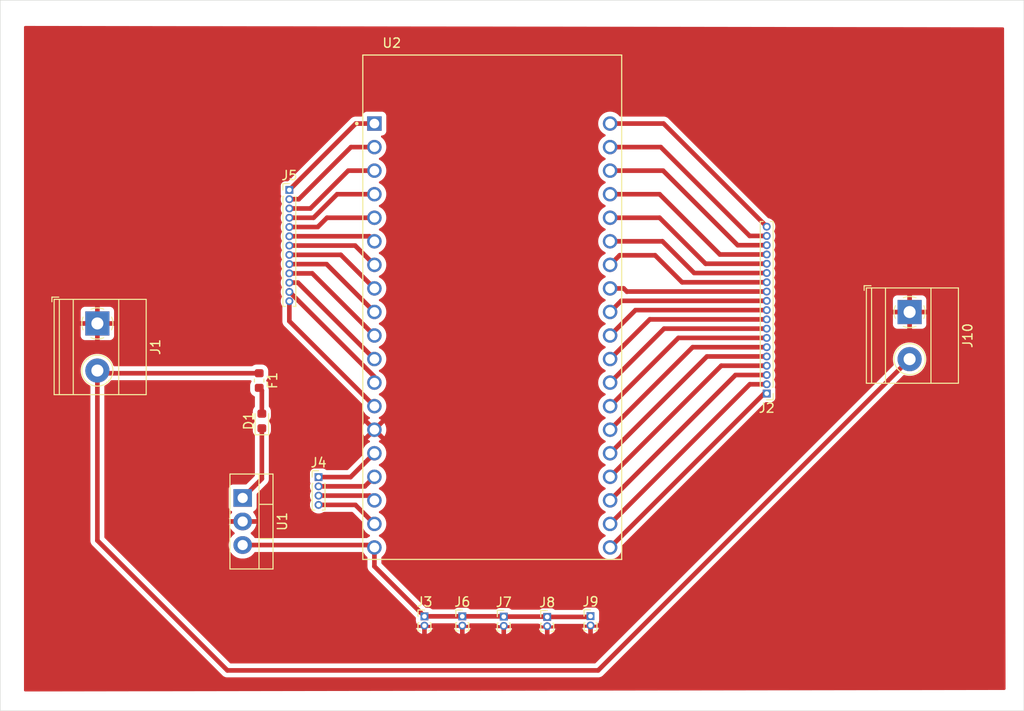
<source format=kicad_pcb>
(kicad_pcb (version 20240108) (generator "pcbnew") (generator_version "8.0")
  (layers (0 "F.Cu" signal) (31 "B.Cu" signal) (34 "B.Paste" user) (35 "F.Paste" user) (36 "B.SilkS" user "B.Silkscreen") (37 "F.SilkS" user "F.Silkscreen") (38 "B.Mask" user) (39 "F.Mask" user) (44 "Edge.Cuts" user))
  (net 0 "")
  (net 1 "+12V")
  (net 2 "Net-(D1-K)")
  (net 3 "GND")
  (net 4 "Net-(J4-Pin_1)")
  (net 5 "Net-(J5-Pin_1)")
  (net 6 "Net-(J2-Pin_1)")
  (net 7 "Net-(J3-Pin_1)")
  (net 8 "Net-(D1-A)")
  (net 9 "Net-(J2-Pin_2)")
  (net 10 "Net-(J2-Pin_3)")
  (net 11 "Net-(J4-Pin_4)")
  (net 12 "Net-(J4-Pin_3)")
  (net 13 "Net-(J4-Pin_2)")
  (net 14 "Net-(J5-Pin_3)")
  (net 15 "Net-(J5-Pin_2)")
  (net 16 "Net-(J2-Pin_4)")
  (net 17 "Net-(J2-Pin_6)")
  (net 18 "Net-(J2-Pin_5)")
  (net 19 "Net-(J5-Pin_12)")
  (net 20 "Net-(J5-Pin_5)")
  (net 21 "Net-(J5-Pin_6)")
  (net 22 "Net-(J5-Pin_8)")
  (net 23 "Net-(J5-Pin_9)")
  (net 24 "Net-(J5-Pin_4)")
  (net 25 "Net-(J5-Pin_13)")
  (net 26 "Net-(J5-Pin_11)")
  (net 27 "Net-(J5-Pin_10)")
  (net 28 "Net-(J5-Pin_7)")
  (net 29 "Net-(J2-Pin_13)")
  (net 30 "Net-(J2-Pin_12)")
  (net 31 "Net-(J2-Pin_17)")
  (net 32 "Net-(J2-Pin_15)")
  (net 33 "Net-(J2-Pin_7)")
  (net 34 "Net-(J2-Pin_14)")
  (net 35 "Net-(J2-Pin_18)")
  (net 36 "Net-(J2-Pin_9)")
  (net 37 "Net-(J2-Pin_8)")
  (net 38 "Net-(J2-Pin_19)")
  (net 39 "Net-(J2-Pin_10)")
  (net 40 "Net-(J2-Pin_16)")
  (net 41 "Net-(J2-Pin_11)")
  (footprint "Fuse:Fuse_0603_1608Metric" (layer "F.Cu") (at 153.87 125.3075 -90)
    (property "Reference" "F1" (at 0 -1.43 90) (layer "F.SilkS"))
    (property "Value" "Fuse")
    (fp_line (start -0.162779 0.51) (end 0.162779 0.51) (stroke (width 0.12)) (layer "F.SilkS"))
    (fp_line (start -0.162779 -0.51) (end 0.162779 -0.51) (stroke (width 0.12)) (layer "F.SilkS"))
    (pad "1" smd roundrect (at -0.7875 0 270) (size 0.875 0.95) (layers "F.Cu" "F.Paste" "F.Mask") (net 1 "+12V"))
    (pad "2" smd roundrect (at 0.7875 0 270) (size 0.875 0.95) (layers "F.Cu" "F.Paste" "F.Mask") (net 8 "Net-(D1-A)"))
  )
  (footprint "Connector_PinHeader_1.00mm:PinHeader_1x02_P1.00mm_Vertical" (layer "F.Cu") (at 184.91 150.8)
    (property "Reference" "J8" (at 0 -1.56 0) (layer "F.SilkS"))
    (property "Value" "Conn_01x02_Pin")
    (fp_line (start -0.695 -0.685) (end 0 -0.685) (stroke (width 0.12)) (layer "F.SilkS"))
    (fp_line (start -0.695 0) (end -0.695 -0.685) (stroke (width 0.12)) (layer "F.SilkS"))
    (fp_line (start -0.695 0.685) (end -0.695 1.56) (stroke (width 0.12)) (layer "F.SilkS"))
    (fp_line (start -0.695 0.685) (end -0.608276 0.685) (stroke (width 0.12)) (layer "F.SilkS"))
    (fp_line (start -0.695 1.56) (end -0.394493 1.56) (stroke (width 0.12)) (layer "F.SilkS"))
    (fp_line (start 0.394493 1.56) (end 0.695 1.56) (stroke (width 0.12)) (layer "F.SilkS"))
    (fp_line (start 0.608276 0.685) (end 0.695 0.685) (stroke (width 0.12)) (layer "F.SilkS"))
    (fp_line (start 0.695 0.685) (end 0.695 1.56) (stroke (width 0.12)) (layer "F.SilkS"))
    (pad "1" thru_hole rect (at 0 0) (size 0.85 0.85) (drill 0.5) (layers "*.Cu" "*.Mask") (net 7 "Net-(J3-Pin_1)"))
    (pad "2" thru_hole oval (at 0 1) (size 0.85 0.85) (drill 0.5) (layers "*.Cu" "*.Mask") (net 3 "GND"))
  )
  (footprint "TerminalBlock_Phoenix:TerminalBlock_Phoenix_MKDS-1,5-2-5.08_1x02_P5.08mm_Horizontal" (layer "F.Cu") (at 223.97 117.92 -90)
    (property "Reference" "J10" (at 2.54 -6.26 90) (layer "F.SilkS"))
    (property "Value" "Screw_Terminal_01x02")
    (fp_line (start -2.84 4.9) (end -2.34 4.9) (stroke (width 0.12)) (layer "F.SilkS"))
    (fp_line (start -2.6 4.66) (end 7.68 4.66) (stroke (width 0.12)) (layer "F.SilkS"))
    (fp_line (start -2.84 4.16) (end -2.84 4.9) (stroke (width 0.12)) (layer "F.SilkS"))
    (fp_line (start -2.6 4.1) (end 7.68 4.1) (stroke (width 0.12)) (layer "F.SilkS"))
    (fp_line (start -2.6 2.6) (end 7.68 2.6) (stroke (width 0.12)) (layer "F.SilkS"))
    (fp_line (start 4.046 1.239) (end 4.011 1.274) (stroke (width 0.12)) (layer "F.SilkS"))
    (fp_line (start 3.853 1.023) (end 3.806 1.069) (stroke (width 0.12)) (layer "F.SilkS"))
    (fp_line (start 6.355 -1.069) (end 6.308 -1.023) (stroke (width 0.12)) (layer "F.SilkS"))
    (fp_line (start 6.15 -1.275) (end 6.115 -1.239) (stroke (width 0.12)) (layer "F.SilkS"))
    (fp_line (start -2.6 -2.301) (end 7.68 -2.301) (stroke (width 0.12)) (layer "F.SilkS"))
    (fp_line (start -2.6 -5.261) (end -2.6 4.66) (stroke (width 0.12)) (layer "F.SilkS"))
    (fp_line (start -2.6 -5.261) (end 7.68 -5.261) (stroke (width 0.12)) (layer "F.SilkS"))
    (fp_line (start 7.68 -5.261) (end 7.68 4.66) (stroke (width 0.12)) (layer "F.SilkS"))
    (fp_arc (start 0.028805 1.680253) (mid -0.335551 1.646659) (end -0.684 1.535) (stroke (width 0.12)) (layer "F.SilkS"))
    (fp_arc (start 0.683318 1.534756) (mid 0.349292 1.643288) (end 0 1.68) (stroke (width 0.12)) (layer "F.SilkS"))
    (fp_arc (start -1.535427 0.683042) (mid -1.680501 -0.000524) (end -1.535 -0.684) (stroke (width 0.12)) (layer "F.SilkS"))
    (fp_arc (start 1.535427 -0.683042) (mid 1.680501 0.000524) (end 1.535 0.684) (stroke (width 0.12)) (layer "F.SilkS"))
    (fp_arc (start -0.683042 -1.535427) (mid 0.000524 -1.680501) (end 0.684 -1.535) (stroke (width 0.12)) (layer "F.SilkS"))
    (fp_circle (center 5.08 0) (end 6.76 0) (stroke (width 0.12)) (fill none) (layer "F.SilkS"))
    (pad "1" thru_hole rect (at 0 0 270) (size 2.6 2.6) (drill 1.3) (layers "*.Cu" "*.Mask") (net 3 "GND"))
    (pad "2" thru_hole circle (at 5.08 0 270) (size 2.6 2.6) (drill 1.3) (layers "*.Cu" "*.Mask") (net 1 "+12V"))
  )
  (footprint "Connector_PinHeader_1.00mm:PinHeader_1x19_P1.00mm_Vertical" (layer "F.Cu") (at 208.57 126.71 180)
    (property "Reference" "J2" (at 0 -1.56 360) (layer "F.SilkS"))
    (property "Value" "Conn_01x19_Pin")
    (fp_line (start 0.695 0.685) (end 0.695 18.56) (stroke (width 0.12)) (layer "F.SilkS"))
    (fp_line (start 0.608276 0.685) (end 0.695 0.685) (stroke (width 0.12)) (layer "F.SilkS"))
    (fp_line (start 0.394493 18.56) (end 0.695 18.56) (stroke (width 0.12)) (layer "F.SilkS"))
    (fp_line (start -0.695 18.56) (end -0.394493 18.56) (stroke (width 0.12)) (layer "F.SilkS"))
    (fp_line (start -0.695 0.685) (end -0.608276 0.685) (stroke (width 0.12)) (layer "F.SilkS"))
    (fp_line (start -0.695 0.685) (end -0.695 18.56) (stroke (width 0.12)) (layer "F.SilkS"))
    (fp_line (start -0.695 0) (end -0.695 -0.685) (stroke (width 0.12)) (layer "F.SilkS"))
    (fp_line (start -0.695 -0.685) (end 0 -0.685) (stroke (width 0.12)) (layer "F.SilkS"))
    (pad "1" thru_hole rect (at 0 0 180) (size 0.85 0.85) (drill 0.5) (layers "*.Cu" "*.Mask") (net 6 "Net-(J2-Pin_1)"))
    (pad "2" thru_hole oval (at 0 1 180) (size 0.85 0.85) (drill 0.5) (layers "*.Cu" "*.Mask") (net 9 "Net-(J2-Pin_2)"))
    (pad "3" thru_hole oval (at 0 2 180) (size 0.85 0.85) (drill 0.5) (layers "*.Cu" "*.Mask") (net 10 "Net-(J2-Pin_3)"))
    (pad "4" thru_hole oval (at 0 3 180) (size 0.85 0.85) (drill 0.5) (layers "*.Cu" "*.Mask") (net 16 "Net-(J2-Pin_4)"))
    (pad "5" thru_hole oval (at 0 4 180) (size 0.85 0.85) (drill 0.5) (layers "*.Cu" "*.Mask") (net 18 "Net-(J2-Pin_5)"))
    (pad "6" thru_hole oval (at 0 5 180) (size 0.85 0.85) (drill 0.5) (layers "*.Cu" "*.Mask") (net 17 "Net-(J2-Pin_6)"))
    (pad "7" thru_hole oval (at 0 6 180) (size 0.85 0.85) (drill 0.5) (layers "*.Cu" "*.Mask") (net 33 "Net-(J2-Pin_7)"))
    (pad "8" thru_hole oval (at 0 7 180) (size 0.85 0.85) (drill 0.5) (layers "*.Cu" "*.Mask") (net 37 "Net-(J2-Pin_8)"))
    (pad "9" thru_hole oval (at 0 8 180) (size 0.85 0.85) (drill 0.5) (layers "*.Cu" "*.Mask") (net 36 "Net-(J2-Pin_9)"))
    (pad "10" thru_hole oval (at 0 9 180) (size 0.85 0.85) (drill 0.5) (layers "*.Cu" "*.Mask") (net 39 "Net-(J2-Pin_10)"))
    (pad "11" thru_hole oval (at 0 10 180) (size 0.85 0.85) (drill 0.5) (layers "*.Cu" "*.Mask") (net 41 "Net-(J2-Pin_11)"))
    (pad "12" thru_hole oval (at 0 11 180) (size 0.85 0.85) (drill 0.5) (layers "*.Cu" "*.Mask") (net 30 "Net-(J2-Pin_12)"))
    (pad "13" thru_hole oval (at 0 12 180) (size 0.85 0.85) (drill 0.5) (layers "*.Cu" "*.Mask") (net 29 "Net-(J2-Pin_13)"))
    (pad "14" thru_hole oval (at 0 13 180) (size 0.85 0.85) (drill 0.5) (layers "*.Cu" "*.Mask") (net 34 "Net-(J2-Pin_14)"))
    (pad "15" thru_hole oval (at 0 14 180) (size 0.85 0.85) (drill 0.5) (layers "*.Cu" "*.Mask") (net 32 "Net-(J2-Pin_15)"))
    (pad "16" thru_hole oval (at 0 15 180) (size 0.85 0.85) (drill 0.5) (layers "*.Cu" "*.Mask") (net 40 "Net-(J2-Pin_16)"))
    (pad "17" thru_hole oval (at 0 16 180) (size 0.85 0.85) (drill 0.5) (layers "*.Cu" "*.Mask") (net 31 "Net-(J2-Pin_17)"))
    (pad "18" thru_hole oval (at 0 17 180) (size 0.85 0.85) (drill 0.5) (layers "*.Cu" "*.Mask") (net 35 "Net-(J2-Pin_18)"))
    (pad "19" thru_hole oval (at 0 18 180) (size 0.85 0.85) (drill 0.5) (layers "*.Cu" "*.Mask") (net 38 "Net-(J2-Pin_19)"))
  )
  (footprint "Package_TO_SOT_THT:TO-220-3_Vertical" (layer "F.Cu") (at 152.09 137.97 -90)
    (property "Reference" "U1" (at 2.54 -4.27 90) (layer "F.SilkS"))
    (property "Value" "LM7805_TO220")
    (fp_line (start -2.58 1.371) (end 7.66 1.371) (stroke (width 0.12)) (layer "F.SilkS"))
    (fp_line (start -2.58 -1.76) (end 7.66 -1.76) (stroke (width 0.12)) (layer "F.SilkS"))
    (fp_line (start -2.58 -3.27) (end -2.58 1.371) (stroke (width 0.12)) (layer "F.SilkS"))
    (fp_line (start -2.58 -3.27) (end 7.66 -3.27) (stroke (width 0.12)) (layer "F.SilkS"))
    (fp_line (start 0.69 -3.27) (end 0.69 -1.76) (stroke (width 0.12)) (layer "F.SilkS"))
    (fp_line (start 4.391 -3.27) (end 4.391 -1.76) (stroke (width 0.12)) (layer "F.SilkS"))
    (fp_line (start 7.66 -3.27) (end 7.66 1.371) (stroke (width 0.12)) (layer "F.SilkS"))
    (pad "1" thru_hole rect (at 0 0 270) (size 1.905 2) (drill 1.1) (layers "*.Cu" "*.Mask") (net 2 "Net-(D1-K)"))
    (pad "2" thru_hole oval (at 2.54 0 270) (size 1.905 2) (drill 1.1) (layers "*.Cu" "*.Mask") (net 3 "GND"))
    (pad "3" thru_hole oval (at 5.08 0 270) (size 1.905 2) (drill 1.1) (layers "*.Cu" "*.Mask") (net 7 "Net-(J3-Pin_1)"))
  )
  (footprint "Diode_SMD:D_0603_1608Metric" (layer "F.Cu") (at 154.1575 129.67 90)
    (property "Reference" "D1" (at 0 -1.43 90) (layer "F.SilkS"))
    (property "Value" "D")
    (fp_line (start 0.8 -0.735) (end -1.485 -0.735) (stroke (width 0.12)) (layer "F.SilkS"))
    (fp_line (start -1.485 -0.735) (end -1.485 0.735) (stroke (width 0.12)) (layer "F.SilkS"))
    (fp_line (start -1.485 0.735) (end 0.8 0.735) (stroke (width 0.12)) (layer "F.SilkS"))
    (pad "1" smd roundrect (at -0.7875 0 90) (size 0.875 0.95) (layers "F.Cu" "F.Paste" "F.Mask") (net 2 "Net-(D1-K)"))
    (pad "2" smd roundrect (at 0.7875 0 90) (size 0.875 0.95) (layers "F.Cu" "F.Paste" "F.Mask") (net 8 "Net-(D1-A)"))
  )
  (footprint "TerminalBlock_Phoenix:TerminalBlock_Phoenix_MKDS-1,5-2-5.08_1x02_P5.08mm_Horizontal" (layer "F.Cu") (at 136.43 119.15 -90)
    (property "Reference" "J1" (at 2.54 -6.26 90) (layer "F.SilkS"))
    (property "Value" "Screw_Terminal_01x02")
    (fp_line (start -2.84 4.9) (end -2.34 4.9) (stroke (width 0.12)) (layer "F.SilkS"))
    (fp_line (start -2.6 4.66) (end 7.68 4.66) (stroke (width 0.12)) (layer "F.SilkS"))
    (fp_line (start -2.84 4.16) (end -2.84 4.9) (stroke (width 0.12)) (layer "F.SilkS"))
    (fp_line (start -2.6 4.1) (end 7.68 4.1) (stroke (width 0.12)) (layer "F.SilkS"))
    (fp_line (start -2.6 2.6) (end 7.68 2.6) (stroke (width 0.12)) (layer "F.SilkS"))
    (fp_line (start 4.046 1.239) (end 4.011 1.274) (stroke (width 0.12)) (layer "F.SilkS"))
    (fp_line (start 3.853 1.023) (end 3.806 1.069) (stroke (width 0.12)) (layer "F.SilkS"))
    (fp_line (start 6.355 -1.069) (end 6.308 -1.023) (stroke (width 0.12)) (layer "F.SilkS"))
    (fp_line (start 6.15 -1.275) (end 6.115 -1.239) (stroke (width 0.12)) (layer "F.SilkS"))
    (fp_line (start -2.6 -2.301) (end 7.68 -2.301) (stroke (width 0.12)) (layer "F.SilkS"))
    (fp_line (start -2.6 -5.261) (end -2.6 4.66) (stroke (width 0.12)) (layer "F.SilkS"))
    (fp_line (start -2.6 -5.261) (end 7.68 -5.261) (stroke (width 0.12)) (layer "F.SilkS"))
    (fp_line (start 7.68 -5.261) (end 7.68 4.66) (stroke (width 0.12)) (layer "F.SilkS"))
    (fp_arc (start 0.028805 1.680253) (mid -0.335551 1.646659) (end -0.684 1.535) (stroke (width 0.12)) (layer "F.SilkS"))
    (fp_arc (start 0.683318 1.534756) (mid 0.349292 1.643288) (end 0 1.68) (stroke (width 0.12)) (layer "F.SilkS"))
    (fp_arc (start -1.535427 0.683042) (mid -1.680501 -0.000524) (end -1.535 -0.684) (stroke (width 0.12)) (layer "F.SilkS"))
    (fp_arc (start 1.535427 -0.683042) (mid 1.680501 0.000524) (end 1.535 0.684) (stroke (width 0.12)) (layer "F.SilkS"))
    (fp_arc (start -0.683042 -1.535427) (mid 0.000524 -1.680501) (end 0.684 -1.535) (stroke (width 0.12)) (layer "F.SilkS"))
    (fp_circle (center 5.08 0) (end 6.76 0) (stroke (width 0.12)) (fill none) (layer "F.SilkS"))
    (pad "1" thru_hole rect (at 0 0 270) (size 2.6 2.6) (drill 1.3) (layers "*.Cu" "*.Mask") (net 3 "GND"))
    (pad "2" thru_hole circle (at 5.08 0 270) (size 2.6 2.6) (drill 1.3) (layers "*.Cu" "*.Mask") (net 1 "+12V"))
  )
  (footprint "Connector_PinHeader_1.00mm:PinHeader_1x02_P1.00mm_Vertical" (layer "F.Cu") (at 175.76 150.74)
    (property "Reference" "J6" (at 0 -1.56 0) (layer "F.SilkS"))
    (property "Value" "Conn_01x02_Pin")
    (fp_line (start -0.695 -0.685) (end 0 -0.685) (stroke (width 0.12)) (layer "F.SilkS"))
    (fp_line (start -0.695 0) (end -0.695 -0.685) (stroke (width 0.12)) (layer "F.SilkS"))
    (fp_line (start -0.695 0.685) (end -0.695 1.56) (stroke (width 0.12)) (layer "F.SilkS"))
    (fp_line (start -0.695 0.685) (end -0.608276 0.685) (stroke (width 0.12)) (layer "F.SilkS"))
    (fp_line (start -0.695 1.56) (end -0.394493 1.56) (stroke (width 0.12)) (layer "F.SilkS"))
    (fp_line (start 0.394493 1.56) (end 0.695 1.56) (stroke (width 0.12)) (layer "F.SilkS"))
    (fp_line (start 0.608276 0.685) (end 0.695 0.685) (stroke (width 0.12)) (layer "F.SilkS"))
    (fp_line (start 0.695 0.685) (end 0.695 1.56) (stroke (width 0.12)) (layer "F.SilkS"))
    (pad "1" thru_hole rect (at 0 0) (size 0.85 0.85) (drill 0.5) (layers "*.Cu" "*.Mask") (net 7 "Net-(J3-Pin_1)"))
    (pad "2" thru_hole oval (at 0 1) (size 0.85 0.85) (drill 0.5) (layers "*.Cu" "*.Mask") (net 3 "GND"))
  )
  (footprint "Connector_PinHeader_1.00mm:PinHeader_1x02_P1.00mm_Vertical" (layer "F.Cu") (at 171.68 150.74)
    (property "Reference" "J3" (at 0 -1.56 0) (layer "F.SilkS"))
    (property "Value" "Conn_01x02_Pin")
    (fp_line (start -0.695 -0.685) (end 0 -0.685) (stroke (width 0.12)) (layer "F.SilkS"))
    (fp_line (start -0.695 0) (end -0.695 -0.685) (stroke (width 0.12)) (layer "F.SilkS"))
    (fp_line (start -0.695 0.685) (end -0.695 1.56) (stroke (width 0.12)) (layer "F.SilkS"))
    (fp_line (start -0.695 0.685) (end -0.608276 0.685) (stroke (width 0.12)) (layer "F.SilkS"))
    (fp_line (start -0.695 1.56) (end -0.394493 1.56) (stroke (width 0.12)) (layer "F.SilkS"))
    (fp_line (start 0.394493 1.56) (end 0.695 1.56) (stroke (width 0.12)) (layer "F.SilkS"))
    (fp_line (start 0.608276 0.685) (end 0.695 0.685) (stroke (width 0.12)) (layer "F.SilkS"))
    (fp_line (start 0.695 0.685) (end 0.695 1.56) (stroke (width 0.12)) (layer "F.SilkS"))
    (pad "1" thru_hole rect (at 0 0) (size 0.85 0.85) (drill 0.5) (layers "*.Cu" "*.Mask") (net 7 "Net-(J3-Pin_1)"))
    (pad "2" thru_hole oval (at 0 1) (size 0.85 0.85) (drill 0.5) (layers "*.Cu" "*.Mask") (net 3 "GND"))
  )
  (footprint "Connector_PinHeader_1.00mm:PinHeader_1x13_P1.00mm_Vertical" (layer "F.Cu") (at 157.12 104.75)
    (property "Reference" "J5" (at 0 -1.56 360) (layer "F.SilkS"))
    (property "Value" "Conn_01x13_Pin")
    (fp_line (start -0.695 -0.685) (end 0 -0.685) (stroke (width 0.12)) (layer "F.SilkS"))
    (fp_line (start -0.695 0) (end -0.695 -0.685) (stroke (width 0.12)) (layer "F.SilkS"))
    (fp_line (start -0.695 0.685) (end -0.695 12.56) (stroke (width 0.12)) (layer "F.SilkS"))
    (fp_line (start -0.695 0.685) (end -0.608276 0.685) (stroke (width 0.12)) (layer "F.SilkS"))
    (fp_line (start -0.695 12.56) (end -0.394493 12.56) (stroke (width 0.12)) (layer "F.SilkS"))
    (fp_line (start 0.394493 12.56) (end 0.695 12.56) (stroke (width 0.12)) (layer "F.SilkS"))
    (fp_line (start 0.608276 0.685) (end 0.695 0.685) (stroke (width 0.12)) (layer "F.SilkS"))
    (fp_line (start 0.695 0.685) (end 0.695 12.56) (stroke (width 0.12)) (layer "F.SilkS"))
    (pad "1" thru_hole rect (at 0 0) (size 0.85 0.85) (drill 0.5) (layers "*.Cu" "*.Mask") (net 5 "Net-(J5-Pin_1)"))
    (pad "2" thru_hole oval (at 0 1) (size 0.85 0.85) (drill 0.5) (layers "*.Cu" "*.Mask") (net 15 "Net-(J5-Pin_2)"))
    (pad "3" thru_hole oval (at 0 2) (size 0.85 0.85) (drill 0.5) (layers "*.Cu" "*.Mask") (net 14 "Net-(J5-Pin_3)"))
    (pad "4" thru_hole oval (at 0 3) (size 0.85 0.85) (drill 0.5) (layers "*.Cu" "*.Mask") (net 24 "Net-(J5-Pin_4)"))
    (pad "5" thru_hole oval (at 0 4) (size 0.85 0.85) (drill 0.5) (layers "*.Cu" "*.Mask") (net 20 "Net-(J5-Pin_5)"))
    (pad "6" thru_hole oval (at 0 5) (size 0.85 0.85) (drill 0.5) (layers "*.Cu" "*.Mask") (net 21 "Net-(J5-Pin_6)"))
    (pad "7" thru_hole oval (at 0 6) (size 0.85 0.85) (drill 0.5) (layers "*.Cu" "*.Mask") (net 28 "Net-(J5-Pin_7)"))
    (pad "8" thru_hole oval (at 0 7) (size 0.85 0.85) (drill 0.5) (layers "*.Cu" "*.Mask") (net 22 "Net-(J5-Pin_8)"))
    (pad "9" thru_hole oval (at 0 8) (size 0.85 0.85) (drill 0.5) (layers "*.Cu" "*.Mask") (net 23 "Net-(J5-Pin_9)"))
    (pad "10" thru_hole oval (at 0 9) (size 0.85 0.85) (drill 0.5) (layers "*.Cu" "*.Mask") (net 27 "Net-(J5-Pin_10)"))
    (pad "11" thru_hole oval (at 0 10) (size 0.85 0.85) (drill 0.5) (layers "*.Cu" "*.Mask") (net 26 "Net-(J5-Pin_11)"))
    (pad "12" thru_hole oval (at 0 11) (size 0.85 0.85) (drill 0.5) (layers "*.Cu" "*.Mask") (net 19 "Net-(J5-Pin_12)"))
    (pad "13" thru_hole oval (at 0 12) (size 0.85 0.85) (drill 0.5) (layers "*.Cu" "*.Mask") (net 25 "Net-(J5-Pin_13)"))
  )
  (footprint "Connector_PinHeader_1.00mm:PinHeader_1x04_P1.00mm_Vertical" (layer "F.Cu") (at 160.27 135.72)
    (property "Reference" "J4" (at 0 -1.56 0) (layer "F.SilkS"))
    (property "Value" "Conn_01x04_Pin")
    (fp_line (start -0.695 -0.685) (end 0 -0.685) (stroke (width 0.12)) (layer "F.SilkS"))
    (fp_line (start -0.695 0) (end -0.695 -0.685) (stroke (width 0.12)) (layer "F.SilkS"))
    (fp_line (start -0.695 0.685) (end -0.695 3.56) (stroke (width 0.12)) (layer "F.SilkS"))
    (fp_line (start -0.695 0.685) (end -0.608276 0.685) (stroke (width 0.12)) (layer "F.SilkS"))
    (fp_line (start -0.695 3.56) (end -0.394493 3.56) (stroke (width 0.12)) (layer "F.SilkS"))
    (fp_line (start 0.394493 3.56) (end 0.695 3.56) (stroke (width 0.12)) (layer "F.SilkS"))
    (fp_line (start 0.608276 0.685) (end 0.695 0.685) (stroke (width 0.12)) (layer "F.SilkS"))
    (fp_line (start 0.695 0.685) (end 0.695 3.56) (stroke (width 0.12)) (layer "F.SilkS"))
    (pad "1" thru_hole rect (at 0 0) (size 0.85 0.85) (drill 0.5) (layers "*.Cu" "*.Mask") (net 4 "Net-(J4-Pin_1)"))
    (pad "2" thru_hole oval (at 0 1) (size 0.85 0.85) (drill 0.5) (layers "*.Cu" "*.Mask") (net 13 "Net-(J4-Pin_2)"))
    (pad "3" thru_hole oval (at 0 2) (size 0.85 0.85) (drill 0.5) (layers "*.Cu" "*.Mask") (net 12 "Net-(J4-Pin_3)"))
    (pad "4" thru_hole oval (at 0 3) (size 0.85 0.85) (drill 0.5) (layers "*.Cu" "*.Mask") (net 11 "Net-(J4-Pin_4)"))
  )
  (footprint "Connector_PinHeader_1.00mm:PinHeader_1x02_P1.00mm_Vertical" (layer "F.Cu") (at 180.23 150.77)
    (property "Reference" "J7" (at 0 -1.56 0) (layer "F.SilkS"))
    (property "Value" "Conn_01x02_Pin")
    (fp_line (start -0.695 -0.685) (end 0 -0.685) (stroke (width 0.12)) (layer "F.SilkS"))
    (fp_line (start -0.695 0) (end -0.695 -0.685) (stroke (width 0.12)) (layer "F.SilkS"))
    (fp_line (start -0.695 0.685) (end -0.695 1.56) (stroke (width 0.12)) (layer "F.SilkS"))
    (fp_line (start -0.695 0.685) (end -0.608276 0.685) (stroke (width 0.12)) (layer "F.SilkS"))
    (fp_line (start -0.695 1.56) (end -0.394493 1.56) (stroke (width 0.12)) (layer "F.SilkS"))
    (fp_line (start 0.394493 1.56) (end 0.695 1.56) (stroke (width 0.12)) (layer "F.SilkS"))
    (fp_line (start 0.608276 0.685) (end 0.695 0.685) (stroke (width 0.12)) (layer "F.SilkS"))
    (fp_line (start 0.695 0.685) (end 0.695 1.56) (stroke (width 0.12)) (layer "F.SilkS"))
    (pad "1" thru_hole rect (at 0 0) (size 0.85 0.85) (drill 0.5) (layers "*.Cu" "*.Mask") (net 7 "Net-(J3-Pin_1)"))
    (pad "2" thru_hole oval (at 0 1) (size 0.85 0.85) (drill 0.5) (layers "*.Cu" "*.Mask") (net 3 "GND"))
  )
  (footprint "ESP32-DEVKITC-32D:MODULE_ESP32-DEVKITC-32D" (layer "F.Cu") (at 178.9875 117.35)
    (property "Reference" "U2" (at -10.829175 -28.446045 0) (layer "F.SilkS") (effects (font (size 1.000386 1.000386))))
    (property "Value" "ESP32-DEVKITC-32D")
    (fp_line (start -13.95 -27.15) (end 13.95 -27.15) (stroke (width 0.127)) (layer "F.SilkS"))
    (fp_line (start -13.95 27.25) (end -13.95 -27.15) (stroke (width 0.127)) (layer "F.SilkS"))
    (fp_line (start 13.95 -27.15) (end 13.95 27.25) (stroke (width 0.127)) (layer "F.SilkS"))
    (fp_line (start 13.95 27.25) (end -13.95 27.25) (stroke (width 0.127)) (layer "F.SilkS"))
    (fp_circle (center -14.6 -19.76) (end -14.5 -19.76) (stroke (width 0.2)) (fill none) (layer "F.SilkS"))
    (pad "J2-1" thru_hole rect (at -12.7 -19.76) (size 1.56 1.56) (drill 1.04) (layers "*.Cu" "*.Mask") (net 5 "Net-(J5-Pin_1)"))
    (pad "J2-2" thru_hole circle (at -12.7 -17.22) (size 1.56 1.56) (drill 1.04) (layers "*.Cu" "*.Mask") (net 15 "Net-(J5-Pin_2)"))
    (pad "J2-3" thru_hole circle (at -12.7 -14.68) (size 1.56 1.56) (drill 1.04) (layers "*.Cu" "*.Mask") (net 14 "Net-(J5-Pin_3)"))
    (pad "J2-4" thru_hole circle (at -12.7 -12.14) (size 1.56 1.56) (drill 1.04) (layers "*.Cu" "*.Mask") (net 24 "Net-(J5-Pin_4)"))
    (pad "J2-5" thru_hole circle (at -12.7 -9.6) (size 1.56 1.56) (drill 1.04) (layers "*.Cu" "*.Mask") (net 20 "Net-(J5-Pin_5)"))
    (pad "J2-6" thru_hole circle (at -12.7 -7.06) (size 1.56 1.56) (drill 1.04) (layers "*.Cu" "*.Mask") (net 21 "Net-(J5-Pin_6)"))
    (pad "J2-7" thru_hole circle (at -12.7 -4.52) (size 1.56 1.56) (drill 1.04) (layers "*.Cu" "*.Mask") (net 28 "Net-(J5-Pin_7)"))
    (pad "J2-8" thru_hole circle (at -12.7 -1.98) (size 1.56 1.56) (drill 1.04) (layers "*.Cu" "*.Mask") (net 22 "Net-(J5-Pin_8)"))
    (pad "J2-9" thru_hole circle (at -12.7 0.56) (size 1.56 1.56) (drill 1.04) (layers "*.Cu" "*.Mask") (net 23 "Net-(J5-Pin_9)"))
    (pad "J2-10" thru_hole circle (at -12.7 3.1) (size 1.56 1.56) (drill 1.04) (layers "*.Cu" "*.Mask") (net 27 "Net-(J5-Pin_10)"))
    (pad "J2-11" thru_hole circle (at -12.7 5.64) (size 1.56 1.56) (drill 1.04) (layers "*.Cu" "*.Mask") (net 26 "Net-(J5-Pin_11)"))
    (pad "J2-12" thru_hole circle (at -12.7 8.18) (size 1.56 1.56) (drill 1.04) (layers "*.Cu" "*.Mask") (net 19 "Net-(J5-Pin_12)"))
    (pad "J2-13" thru_hole circle (at -12.7 10.72) (size 1.56 1.56) (drill 1.04) (layers "*.Cu" "*.Mask") (net 25 "Net-(J5-Pin_13)"))
    (pad "J2-14" thru_hole circle (at -12.7 13.26) (size 1.56 1.56) (drill 1.04) (layers "*.Cu" "*.Mask") (net 3 "GND"))
    (pad "J2-15" thru_hole circle (at -12.7 15.8) (size 1.56 1.56) (drill 1.04) (layers "*.Cu" "*.Mask") (net 4 "Net-(J4-Pin_1)"))
    (pad "J2-16" thru_hole circle (at -12.7 18.34) (size 1.56 1.56) (drill 1.04) (layers "*.Cu" "*.Mask") (net 13 "Net-(J4-Pin_2)"))
    (pad "J2-17" thru_hole circle (at -12.7 20.88) (size 1.56 1.56) (drill 1.04) (layers "*.Cu" "*.Mask") (net 12 "Net-(J4-Pin_3)"))
    (pad "J2-18" thru_hole circle (at -12.7 23.42) (size 1.56 1.56) (drill 1.04) (layers "*.Cu" "*.Mask") (net 11 "Net-(J4-Pin_4)"))
    (pad "J2-19" thru_hole circle (at -12.7 25.96) (size 1.56 1.56) (drill 1.04) (layers "*.Cu" "*.Mask") (net 7 "Net-(J3-Pin_1)"))
    (pad "J3-1" thru_hole circle (at 12.7 -19.76) (size 1.56 1.56) (drill 1.04) (layers "*.Cu" "*.Mask") (net 38 "Net-(J2-Pin_19)"))
    (pad "J3-2" thru_hole circle (at 12.7 -17.22) (size 1.56 1.56) (drill 1.04) (layers "*.Cu" "*.Mask") (net 35 "Net-(J2-Pin_18)"))
    (pad "J3-3" thru_hole circle (at 12.7 -14.68) (size 1.56 1.56) (drill 1.04) (layers "*.Cu" "*.Mask") (net 31 "Net-(J2-Pin_17)"))
    (pad "J3-4" thru_hole circle (at 12.7 -12.14) (size 1.56 1.56) (drill 1.04) (layers "*.Cu" "*.Mask") (net 40 "Net-(J2-Pin_16)"))
    (pad "J3-5" thru_hole circle (at 12.7 -9.6) (size 1.56 1.56) (drill 1.04) (layers "*.Cu" "*.Mask") (net 32 "Net-(J2-Pin_15)"))
    (pad "J3-6" thru_hole circle (at 12.7 -7.06) (size 1.56 1.56) (drill 1.04) (layers "*.Cu" "*.Mask") (net 34 "Net-(J2-Pin_14)"))
    (pad "J3-7" thru_hole circle (at 12.7 -4.52) (size 1.56 1.56) (drill 1.04) (layers "*.Cu" "*.Mask") (net 29 "Net-(J2-Pin_13)"))
    (pad "J3-8" thru_hole circle (at 12.7 -1.98) (size 1.56 1.56) (drill 1.04) (layers "*.Cu" "*.Mask") (net 30 "Net-(J2-Pin_12)"))
    (pad "J3-9" thru_hole circle (at 12.7 0.56) (size 1.56 1.56) (drill 1.04) (layers "*.Cu" "*.Mask") (net 41 "Net-(J2-Pin_11)"))
    (pad "J3-10" thru_hole circle (at 12.7 3.1) (size 1.56 1.56) (drill 1.04) (layers "*.Cu" "*.Mask") (net 39 "Net-(J2-Pin_10)"))
    (pad "J3-11" thru_hole circle (at 12.7 5.64) (size 1.56 1.56) (drill 1.04) (layers "*.Cu" "*.Mask") (net 36 "Net-(J2-Pin_9)"))
    (pad "J3-12" thru_hole circle (at 12.7 8.18) (size 1.56 1.56) (drill 1.04) (layers "*.Cu" "*.Mask") (net 37 "Net-(J2-Pin_8)"))
    (pad "J3-13" thru_hole circle (at 12.7 10.72) (size 1.56 1.56) (drill 1.04) (layers "*.Cu" "*.Mask") (net 33 "Net-(J2-Pin_7)"))
    (pad "J3-14" thru_hole circle (at 12.7 13.26) (size 1.56 1.56) (drill 1.04) (layers "*.Cu" "*.Mask") (net 17 "Net-(J2-Pin_6)"))
    (pad "J3-15" thru_hole circle (at 12.7 15.8) (size 1.56 1.56) (drill 1.04) (layers "*.Cu" "*.Mask") (net 18 "Net-(J2-Pin_5)"))
    (pad "J3-16" thru_hole circle (at 12.7 18.34) (size 1.56 1.56) (drill 1.04) (layers "*.Cu" "*.Mask") (net 16 "Net-(J2-Pin_4)"))
    (pad "J3-17" thru_hole circle (at 12.7 20.88) (size 1.56 1.56) (drill 1.04) (layers "*.Cu" "*.Mask") (net 10 "Net-(J2-Pin_3)"))
    (pad "J3-18" thru_hole circle (at 12.7 23.42) (size 1.56 1.56) (drill 1.04) (layers "*.Cu" "*.Mask") (net 9 "Net-(J2-Pin_2)"))
    (pad "J3-19" thru_hole circle (at 12.7 25.96) (size 1.56 1.56) (drill 1.04) (layers "*.Cu" "*.Mask") (net 6 "Net-(J2-Pin_1)"))
  )
  (footprint "Connector_PinHeader_1.00mm:PinHeader_1x02_P1.00mm_Vertical" (layer "F.Cu") (at 189.58 150.72)
    (property "Reference" "J9" (at 0 -1.56 0) (layer "F.SilkS"))
    (property "Value" "Conn_01x02_Pin")
    (fp_line (start -0.695 -0.685) (end 0 -0.685) (stroke (width 0.12)) (layer "F.SilkS"))
    (fp_line (start -0.695 0) (end -0.695 -0.685) (stroke (width 0.12)) (layer "F.SilkS"))
    (fp_line (start -0.695 0.685) (end -0.695 1.56) (stroke (width 0.12)) (layer "F.SilkS"))
    (fp_line (start -0.695 0.685) (end -0.608276 0.685) (stroke (width 0.12)) (layer "F.SilkS"))
    (fp_line (start -0.695 1.56) (end -0.394493 1.56) (stroke (width 0.12)) (layer "F.SilkS"))
    (fp_line (start 0.394493 1.56) (end 0.695 1.56) (stroke (width 0.12)) (layer "F.SilkS"))
    (fp_line (start 0.608276 0.685) (end 0.695 0.685) (stroke (width 0.12)) (layer "F.SilkS"))
    (fp_line (start 0.695 0.685) (end 0.695 1.56) (stroke (width 0.12)) (layer "F.SilkS"))
    (pad "1" thru_hole rect (at 0 0) (size 0.85 0.85) (drill 0.5) (layers "*.Cu" "*.Mask") (net 7 "Net-(J3-Pin_1)"))
    (pad "2" thru_hole oval (at 0 1) (size 0.85 0.85) (drill 0.5) (layers "*.Cu" "*.Mask") (net 3 "GND"))
  )
  (gr_rect (start 125.96 84.29) (end 236.29 160.9) (stroke (width 0.05)) (fill none) (layer "Edge.Cuts"))
  (segment (start 150.44 156.57) (end 136.43 142.56) (width 0.5) (layer "F.Cu") (net 1))
  (segment (start 190.4 156.57) (end 150.44 156.57) (width 0.5) (layer "F.Cu") (net 1))
  (segment (start 136.72 124.52) (end 136.43 124.23) (width 0.5) (layer "F.Cu") (net 1))
  (segment (start 153.87 124.52) (end 136.72 124.52) (width 0.5) (layer "F.Cu") (net 1))
  (segment (start 223.97 123) (end 190.4 156.57) (width 0.5) (layer "F.Cu") (net 1))
  (segment (start 136.43 142.56) (end 136.43 124.23) (width 0.5) (layer "F.Cu") (net 1))
  (segment (start 154.1575 135.9025) (end 152.09 137.97) (width 0.5) (layer "F.Cu") (net 2))
  (segment (start 154.1575 130.4575) (end 154.1575 135.9025) (width 0.5) (layer "F.Cu") (net 2))
  (segment (start 163.7175 135.72) (end 166.2875 133.15) (width 0.5) (layer "F.Cu") (net 4))
  (segment (start 160.27 135.72) (end 163.7175 135.72) (width 0.5) (layer "F.Cu") (net 4))
  (segment (start 166.2875 97.59) (end 164.28 97.59) (width 0.5) (layer "F.Cu") (net 5))
  (segment (start 164.28 97.59) (end 157.12 104.75) (width 0.5) (layer "F.Cu") (net 5))
  (segment (start 208.2875 126.71) (end 191.6875 143.31) (width 0.5) (layer "F.Cu") (net 6))
  (segment (start 208.57 126.71) (end 208.2875 126.71) (width 0.5) (layer "F.Cu") (net 6))
  (segment (start 171.68 150.74) (end 175.76 150.74) (width 0.5) (layer "F.Cu") (net 7))
  (segment (start 184.88 150.77) (end 184.91 150.8) (width 0.5) (layer "F.Cu") (net 7))
  (segment (start 184.91 150.8) (end 189.5 150.8) (width 0.5) (layer "F.Cu") (net 7))
  (segment (start 166.2875 145.3475) (end 171.68 150.74) (width 0.5) (layer "F.Cu") (net 7))
  (segment (start 166.2875 143.31) (end 166.2875 145.3475) (width 0.5) (layer "F.Cu") (net 7))
  (segment (start 152.09 143.05) (end 166.0275 143.05) (width 0.5) (layer "F.Cu") (net 7))
  (segment (start 189.5 150.8) (end 189.58 150.72) (width 0.5) (layer "F.Cu") (net 7))
  (segment (start 180.23 150.77) (end 184.88 150.77) (width 0.5) (layer "F.Cu") (net 7))
  (segment (start 180.2 150.74) (end 180.23 150.77) (width 0.5) (layer "F.Cu") (net 7))
  (segment (start 166.0275 143.05) (end 166.2875 143.31) (width 0.5) (layer "F.Cu") (net 7))
  (segment (start 175.76 150.74) (end 180.2 150.74) (width 0.5) (layer "F.Cu") (net 7))
  (segment (start 154.1575 126.3825) (end 153.87 126.095) (width 0.5) (layer "F.Cu") (net 8))
  (segment (start 154.1575 128.8825) (end 154.1575 126.3825) (width 0.5) (layer "F.Cu") (net 8))
  (segment (start 206.7475 125.71) (end 191.6875 140.77) (width 0.5) (layer "F.Cu") (net 9))
  (segment (start 208.57 125.71) (end 206.7475 125.71) (width 0.5) (layer "F.Cu") (net 9))
  (segment (start 205.2075 124.71) (end 208.57 124.71) (width 0.5) (layer "F.Cu") (net 10))
  (segment (start 191.6875 138.23) (end 205.2075 124.71) (width 0.5) (layer "F.Cu") (net 10))
  (segment (start 160.27 138.72) (end 164.2375 138.72) (width 0.5) (layer "F.Cu") (net 11))
  (segment (start 164.2375 138.72) (end 166.2875 140.77) (width 0.5) (layer "F.Cu") (net 11))
  (segment (start 160.27 137.72) (end 165.7775 137.72) (width 0.5) (layer "F.Cu") (net 12))
  (segment (start 165.7775 137.72) (end 166.2875 138.23) (width 0.5) (layer "F.Cu") (net 12))
  (segment (start 165.2575 136.72) (end 160.27 136.72) (width 0.5) (layer "F.Cu") (net 13))
  (segment (start 166.2875 135.69) (end 165.2575 136.72) (width 0.5) (layer "F.Cu") (net 13))
  (segment (start 163.47 102.67) (end 159.39 106.75) (width 0.5) (layer "F.Cu") (net 14))
  (segment (start 159.39 106.75) (end 157.12 106.75) (width 0.5) (layer "F.Cu") (net 14))
  (segment (start 166.2875 102.67) (end 163.47 102.67) (width 0.5) (layer "F.Cu") (net 14))
  (segment (start 158.14 105.75) (end 157.12 105.75) (width 0.5) (layer "F.Cu") (net 15))
  (segment (start 166.2875 100.13) (end 163.76 100.13) (width 0.5) (layer "F.Cu") (net 15))
  (segment (start 163.76 100.13) (end 158.14 105.75) (width 0.5) (layer "F.Cu") (net 15))
  (segment (start 203.6675 123.71) (end 191.6875 135.69) (width 0.5) (layer "F.Cu") (net 16))
  (segment (start 208.57 123.71) (end 203.6675 123.71) (width 0.5) (layer "F.Cu") (net 16))
  (segment (start 200.5875 121.71) (end 191.6875 130.61) (width 0.5) (layer "F.Cu") (net 17))
  (segment (start 208.57 121.71) (end 200.5875 121.71) (width 0.5) (layer "F.Cu") (net 17))
  (segment (start 191.6875 133.15) (end 202.1275 122.71) (width 0.5) (layer "F.Cu") (net 18))
  (segment (start 202.1275 122.71) (end 208.57 122.71) (width 0.5) (layer "F.Cu") (net 18))
  (segment (start 157.145305 115.75) (end 166.2875 124.892195) (width 0.5) (layer "F.Cu") (net 19))
  (segment (start 166.2875 124.892195) (end 166.2875 125.53) (width 0.5) (layer "F.Cu") (net 19))
  (segment (start 157.12 115.75) (end 157.145305 115.75) (width 0.5) (layer "F.Cu") (net 19))
  (segment (start 160.18 108.75) (end 157.12 108.75) (width 0.5) (layer "F.Cu") (net 20))
  (segment (start 161.18 107.75) (end 160.18 108.75) (width 0.5) (layer "F.Cu") (net 20))
  (segment (start 166.2875 107.75) (end 161.18 107.75) (width 0.5) (layer "F.Cu") (net 20))
  (segment (start 157.12 109.75) (end 165.7475 109.75) (width 0.5) (layer "F.Cu") (net 21))
  (segment (start 165.7475 109.75) (end 166.2875 110.29) (width 0.5) (layer "F.Cu") (net 21))
  (segment (start 166.2875 115.37) (end 162.6675 111.75) (width 0.5) (layer "F.Cu") (net 22))
  (segment (start 162.6675 111.75) (end 157.12 111.75) (width 0.5) (layer "F.Cu") (net 22))
  (segment (start 166.2875 117.91) (end 161.1275 112.75) (width 0.5) (layer "F.Cu") (net 23))
  (segment (start 161.1275 112.75) (end 157.12 112.75) (width 0.5) (layer "F.Cu") (net 23))
  (segment (start 166.2875 105.21) (end 162.27 105.21) (width 0.5) (layer "F.Cu") (net 24))
  (segment (start 159.73 107.75) (end 157.12 107.75) (width 0.5) (layer "F.Cu") (net 24))
  (segment (start 162.27 105.21) (end 159.73 107.75) (width 0.5) (layer "F.Cu") (net 24))
  (segment (start 166.2875 128.07) (end 157.12 118.9025) (width 0.5) (layer "F.Cu") (net 25))
  (segment (start 157.12 118.9025) (end 157.12 116.75) (width 0.5) (layer "F.Cu") (net 25))
  (segment (start 166.2875 122.99) (end 158.0475 114.75) (width 0.5) (layer "F.Cu") (net 26))
  (segment (start 158.0475 114.75) (end 157.12 114.75) (width 0.5) (layer "F.Cu") (net 26))
  (segment (start 166.2875 120.45) (end 159.5875 113.75) (width 0.5) (layer "F.Cu") (net 27))
  (segment (start 159.5875 113.75) (end 157.12 113.75) (width 0.5) (layer "F.Cu") (net 27))
  (segment (start 164.2075 110.75) (end 166.2875 112.83) (width 0.5) (layer "F.Cu") (net 28))
  (segment (start 157.12 110.75) (end 164.2075 110.75) (width 0.5) (layer "F.Cu") (net 28))
  (segment (start 192.7175 111.8) (end 196.54 111.8) (width 0.5) (layer "F.Cu") (net 29))
  (segment (start 191.6875 112.83) (end 192.7175 111.8) (width 0.5) (layer "F.Cu") (net 29))
  (segment (start 196.54 111.8) (end 199.45 114.71) (width 0.5) (layer "F.Cu") (net 29))
  (segment (start 199.45 114.71) (end 208.57 114.71) (width 0.5) (layer "F.Cu") (net 29))
  (segment (start 193.15 115.37) (end 193.5 115.72) (width 0.5) (layer "F.Cu") (net 30))
  (segment (start 193.5 115.72) (end 193.51 115.71) (width 0.5) (layer "F.Cu") (net 30))
  (segment (start 193.51 115.71) (end 208.57 115.71) (width 0.5) (layer "F.Cu") (net 30))
  (segment (start 191.6875 115.37) (end 193.15 115.37) (width 0.5) (layer "F.Cu") (net 30))
  (segment (start 197.4 102.67) (end 205.44 110.71) (width 0.5) (layer "F.Cu") (net 31))
  (segment (start 205.44 110.71) (end 208.57 110.71) (width 0.5) (layer "F.Cu") (net 31))
  (segment (start 191.6875 102.67) (end 197.4 102.67) (width 0.5) (layer "F.Cu") (net 31))
  (segment (start 197.02 107.75) (end 201.98 112.71) (width 0.5) (layer "F.Cu") (net 32))
  (segment (start 201.98 112.71) (end 208.57 112.71) (width 0.5) (layer "F.Cu") (net 32))
  (segment (start 191.6875 107.75) (end 197.02 107.75) (width 0.5) (layer "F.Cu") (net 32))
  (segment (start 191.6875 128.07) (end 199.0475 120.71) (width 0.5) (layer "F.Cu") (net 33))
  (segment (start 199.0475 120.71) (end 208.57 120.71) (width 0.5) (layer "F.Cu") (net 33))
  (segment (start 200.75 113.71) (end 208.57 113.71) (width 0.5) (layer "F.Cu") (net 34))
  (segment (start 197.33 110.29) (end 200.75 113.71) (width 0.5) (layer "F.Cu") (net 34))
  (segment (start 191.6875 110.29) (end 197.33 110.29) (width 0.5) (layer "F.Cu") (net 34))
  (segment (start 197.15 100.13) (end 206.73 109.71) (width 0.5) (layer "F.Cu") (net 35))
  (segment (start 191.6875 100.13) (end 197.15 100.13) (width 0.5) (layer "F.Cu") (net 35))
  (segment (start 206.73 109.71) (end 208.57 109.71) (width 0.5) (layer "F.Cu") (net 35))
  (segment (start 195.9675 118.71) (end 208.57 118.71) (width 0.5) (layer "F.Cu") (net 36))
  (segment (start 191.6875 122.99) (end 195.9675 118.71) (width 0.5) (layer "F.Cu") (net 36))
  (segment (start 191.6875 125.53) (end 197.5075 119.71) (width 0.5) (layer "F.Cu") (net 37))
  (segment (start 197.5075 119.71) (end 208.57 119.71) (width 0.5) (layer "F.Cu") (net 37))
  (segment (start 197.45 97.59) (end 208.57 108.71) (width 0.5) (layer "F.Cu") (net 38))
  (segment (start 191.6875 97.59) (end 197.45 97.59) (width 0.5) (layer "F.Cu") (net 38))
  (segment (start 191.6875 120.45) (end 194.4275 117.71) (width 0.5) (layer "F.Cu") (net 39))
  (segment (start 194.4275 117.71) (end 208.57 117.71) (width 0.5) (layer "F.Cu") (net 39))
  (segment (start 191.6875 105.21) (end 197.02 105.21) (width 0.5) (layer "F.Cu") (net 40))
  (segment (start 197.02 105.21) (end 203.52 111.71) (width 0.5) (layer "F.Cu") (net 40))
  (segment (start 203.52 111.71) (end 208.57 111.71) (width 0.5) (layer "F.Cu") (net 40))
  (segment (start 192.8875 116.71) (end 191.6875 117.91) (width 0.5) (layer "F.Cu") (net 41))
  (segment (start 208.57 116.71) (end 192.8875 116.71) (width 0.5) (layer "F.Cu") (net 41))
  (zone (net 3) (net_name "GND") (layer "F.Cu") (connect_pads (clearance 0.5)) (min_thickness 0.25) (fill yes (thermal_gap 0.5) (thermal_bridge_width 0.5))
    (polygon (pts (xy 128.52 158.84) (xy 234.31 158.68) (xy 234.15 87.21) (xy 128.52 87.06)))
  )
)
</source>
